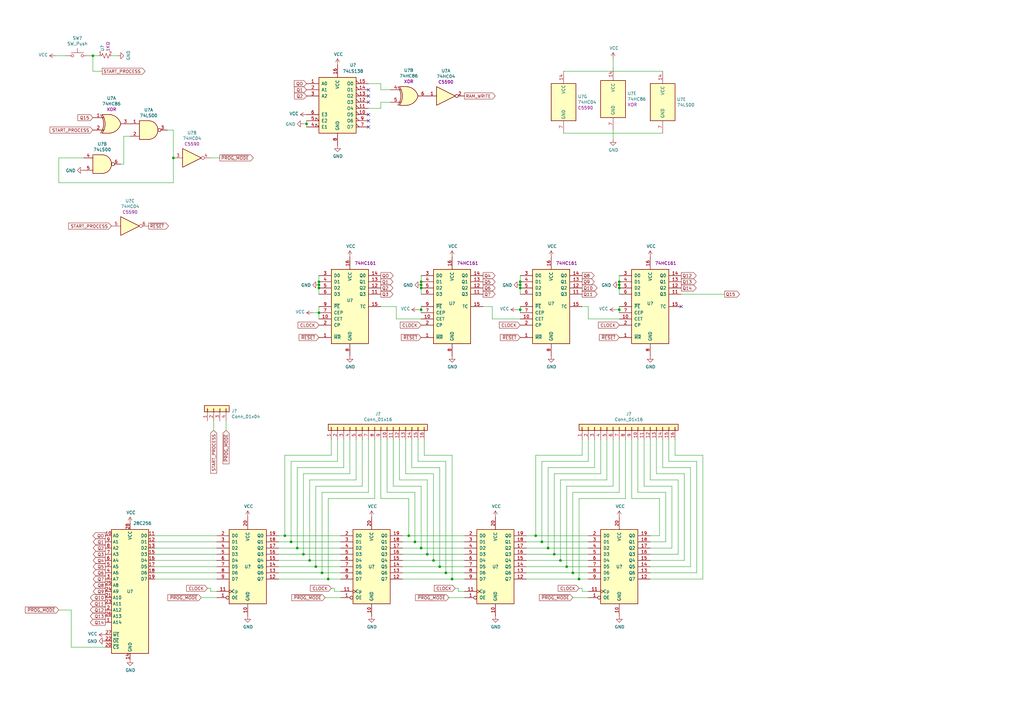
<source format=kicad_sch>
(kicad_sch (version 20211123) (generator eeschema)
  (paper "A3")
  (lib_symbols
    (symbol "74xx:74LS00" (pin_names (offset 1.016))
      (property "Reference" "U" (at 0 1.27 0))
      (property "Value" "74LS00" (at 0 -1.27 0))
      (symbol "74LS00_1_1"
        (pin input line (at -7.62 2.54 0) (length 3.81) (name "~") (number "1"))
        (pin input line (at -7.62 -2.54 0) (length 3.81) (name "~") (number "2"))
        (pin output inverted (at 7.62 0 180) (length 3.81) (name "~") (number "3"))
      )
      (symbol "74LS00_1_2"
        (pin input inverted (at -7.62 2.54 0) (length 4.318) (name "~") (number "1"))
        (pin input inverted (at -7.62 -2.54 0) (length 4.318) (name "~") (number "2"))
        (pin output line (at 7.62 0 180) (length 3.81) (name "~") (number "3"))
      )
      (symbol "74LS00_2_1"
        (pin input line (at -7.62 2.54 0) (length 3.81) (name "~") (number "4"))
        (pin input line (at -7.62 -2.54 0) (length 3.81) (name "~") (number "5"))
        (pin output inverted (at 7.62 0 180) (length 3.81) (name "~") (number "6"))
      )
      (symbol "74LS00_2_2"
        (pin input inverted (at -7.62 2.54 0) (length 4.318) (name "~") (number "4"))
        (pin input inverted (at -7.62 -2.54 0) (length 4.318) (name "~") (number "5"))
        (pin output line (at 7.62 0 180) (length 3.81) (name "~") (number "6"))
      )
      (symbol "74LS00_3_1"
        (pin input line (at -7.62 -2.54 0) (length 3.81) (name "~") (number "10"))
        (pin output inverted (at 7.62 0 180) (length 3.81) (name "~") (number "8"))
        (pin input line (at -7.62 2.54 0) (length 3.81) (name "~") (number "9"))
      )
      (symbol "74LS00_3_2"
        (pin input inverted (at -7.62 -2.54 0) (length 4.318) (name "~") (number "10"))
        (pin output line (at 7.62 0 180) (length 3.81) (name "~") (number "8"))
        (pin input inverted (at -7.62 2.54 0) (length 4.318) (name "~") (number "9"))
      )
      (symbol "74LS00_4_1"
        (pin output inverted (at 7.62 0 180) (length 3.81) (name "~") (number "11"))
        (pin input line (at -7.62 2.54 0) (length 3.81) (name "~") (number "12"))
        (pin input line (at -7.62 -2.54 0) (length 3.81) (name "~") (number "13"))
      )
      (symbol "74LS00_4_2"
        (pin output line (at 7.62 0 180) (length 3.81) (name "~") (number "11"))
        (pin input inverted (at -7.62 2.54 0) (length 4.318) (name "~") (number "12"))
        (pin input inverted (at -7.62 -2.54 0) (length 4.318) (name "~") (number "13"))
      )
      (symbol "74LS00_5_0"
        (pin power_in line (at 0 12.7 270) (length 5.08) (name "VCC") (number "14"))
        (pin power_in line (at 0 -12.7 90) (length 5.08) (name "GND") (number "7"))
      )
    )
    (symbol "74xx:74LS138" (pin_names (offset 1.016))
      (property "Reference" "U" (at -7.62 11.43 0))
      (property "Value" "74LS138" (at -7.62 -13.97 0))
      (symbol "74LS138_1_0"
        (pin input line (at -12.7 7.62 0) (length 5.08) (name "A0") (number "1"))
        (pin output output_low (at 12.7 -5.08 180) (length 5.08) (name "O5") (number "10"))
        (pin output output_low (at 12.7 -2.54 180) (length 5.08) (name "O4") (number "11"))
        (pin output output_low (at 12.7 0 180) (length 5.08) (name "O3") (number "12"))
        (pin output output_low (at 12.7 2.54 180) (length 5.08) (name "O2") (number "13"))
        (pin output output_low (at 12.7 5.08 180) (length 5.08) (name "O1") (number "14"))
        (pin output output_low (at 12.7 7.62 180) (length 5.08) (name "O0") (number "15"))
        (pin power_in line (at 0 15.24 270) (length 5.08) (name "VCC") (number "16"))
        (pin input line (at -12.7 5.08 0) (length 5.08) (name "A1") (number "2"))
        (pin input line (at -12.7 2.54 0) (length 5.08) (name "A2") (number "3"))
        (pin input input_low (at -12.7 -10.16 0) (length 5.08) (name "E1") (number "4"))
        (pin input input_low (at -12.7 -7.62 0) (length 5.08) (name "E2") (number "5"))
        (pin input line (at -12.7 -5.08 0) (length 5.08) (name "E3") (number "6"))
        (pin output output_low (at 12.7 -10.16 180) (length 5.08) (name "O7") (number "7"))
        (pin power_in line (at 0 -17.78 90) (length 5.08) (name "GND") (number "8"))
        (pin output output_low (at 12.7 -7.62 180) (length 5.08) (name "O6") (number "9"))
      )
    )
    (symbol "Connector_Generic:Conn_01x04" (pin_names (offset 1.016) hide)
      (property "Reference" "J" (at 0 5.08 0))
      (property "Value" "Conn_01x04" (at 0 -7.62 0))
      (symbol "Conn_01x04_1_1"
        (pin passive line (at -5.08 2.54 0) (length 3.81) (name "Pin_1") (number "1"))
        (pin passive line (at -5.08 0 0) (length 3.81) (name "Pin_2") (number "2"))
        (pin passive line (at -5.08 -2.54 0) (length 3.81) (name "Pin_3") (number "3"))
        (pin passive line (at -5.08 -5.08 0) (length 3.81) (name "Pin_4") (number "4"))
      )
    )
    (symbol "Connector_Generic:Conn_01x16" (pin_names (offset 1.016) hide)
      (property "Reference" "J" (at 0 20.32 0))
      (property "Value" "Conn_01x16" (at 0 -22.86 0))
      (symbol "Conn_01x16_1_1"
        (pin passive line (at -5.08 17.78 0) (length 3.81) (name "Pin_1") (number "1"))
        (pin passive line (at -5.08 -5.08 0) (length 3.81) (name "Pin_10") (number "10"))
        (pin passive line (at -5.08 -7.62 0) (length 3.81) (name "Pin_11") (number "11"))
        (pin passive line (at -5.08 -10.16 0) (length 3.81) (name "Pin_12") (number "12"))
        (pin passive line (at -5.08 -12.7 0) (length 3.81) (name "Pin_13") (number "13"))
        (pin passive line (at -5.08 -15.24 0) (length 3.81) (name "Pin_14") (number "14"))
        (pin passive line (at -5.08 -17.78 0) (length 3.81) (name "Pin_15") (number "15"))
        (pin passive line (at -5.08 -20.32 0) (length 3.81) (name "Pin_16") (number "16"))
        (pin passive line (at -5.08 15.24 0) (length 3.81) (name "Pin_2") (number "2"))
        (pin passive line (at -5.08 12.7 0) (length 3.81) (name "Pin_3") (number "3"))
        (pin passive line (at -5.08 10.16 0) (length 3.81) (name "Pin_4") (number "4"))
        (pin passive line (at -5.08 7.62 0) (length 3.81) (name "Pin_5") (number "5"))
        (pin passive line (at -5.08 5.08 0) (length 3.81) (name "Pin_6") (number "6"))
        (pin passive line (at -5.08 2.54 0) (length 3.81) (name "Pin_7") (number "7"))
        (pin passive line (at -5.08 0 0) (length 3.81) (name "Pin_8") (number "8"))
        (pin passive line (at -5.08 -2.54 0) (length 3.81) (name "Pin_9") (number "9"))
      )
    )
    (symbol "JLCPCB:0603WAF1001T5E" (pin_names (offset 1.016))
      (property "Reference" "U" (at 0 0 0))
      (property "R" "1KΩ" (at 0 0 0))
      (symbol "0603WAF1001T5E_1_1"
        (pin passive line (at 0 2.54 270) (length 1.016) (name "~") (number "1"))
        (pin passive line (at 0 -2.54 90) (length 1.016) (name "~") (number "2"))
      )
    )
    (symbol "JLCPCB:74HC04"
      (property "Reference" "U" (at 0 1.27 0))
      (property "Value" "JLCPCB_74HC04" (at 0 -1.27 0))
      (property "JCLC" "C5590" (at 0 0 0))
      (symbol "74HC04_1_0"
        (pin input line (at -7.62 0 0) (length 3.81) (name "~") (number "1"))
        (pin output inverted (at 7.62 0 180) (length 3.81) (name "~") (number "2"))
      )
      (symbol "74HC04_2_0"
        (pin input line (at -7.62 0 0) (length 3.81) (name "~") (number "3"))
        (pin output inverted (at 7.62 0 180) (length 3.81) (name "~") (number "4"))
      )
      (symbol "74HC04_3_0"
        (pin input line (at -7.62 0 0) (length 3.81) (name "~") (number "5"))
        (pin output inverted (at 7.62 0 180) (length 3.81) (name "~") (number "6"))
      )
      (symbol "74HC04_4_0"
        (pin output inverted (at 7.62 0 180) (length 3.81) (name "~") (number "8"))
        (pin input line (at -7.62 0 0) (length 3.81) (name "~") (number "9"))
      )
      (symbol "74HC04_5_0"
        (pin output inverted (at 7.62 0 180) (length 3.81) (name "~") (number "10"))
        (pin input line (at -7.62 0 0) (length 3.81) (name "~") (number "11"))
      )
      (symbol "74HC04_6_0"
        (pin output inverted (at 7.62 0 180) (length 3.81) (name "~") (number "12"))
        (pin input line (at -7.62 0 0) (length 3.81) (name "~") (number "13"))
      )
      (symbol "74HC04_7_0"
        (pin power_in line (at 0 12.7 270) (length 5.08) (name "VCC") (number "14"))
        (pin power_in line (at 0 -12.7 90) (length 5.08) (name "GND") (number "7"))
      )
    )
    (symbol "JLCPCB:74HC86" (pin_names (offset 1.016))
      (property "Reference" "U" (at 0 1.27 0))
      (property "Value" "JLCPCB_74HC86" (at 0 -1.27 0))
      (property "Label" "XOR" (at 0 0 0))
      (symbol "74HC86_1_0"
        (pin input line (at -7.62 2.54 0) (length 4.445) (name "~") (number "1"))
        (pin input line (at -7.62 -2.54 0) (length 4.445) (name "~") (number "2"))
        (pin output line (at 7.62 0 180) (length 3.81) (name "~") (number "3"))
      )
      (symbol "74HC86_2_0"
        (pin input line (at -7.62 2.54 0) (length 4.445) (name "~") (number "4"))
        (pin input line (at -7.62 -2.54 0) (length 4.445) (name "~") (number "5"))
        (pin output line (at 7.62 0 180) (length 3.81) (name "~") (number "6"))
      )
      (symbol "74HC86_3_0"
        (pin input line (at -7.62 -2.54 0) (length 4.445) (name "~") (number "10"))
        (pin output line (at 7.62 0 180) (length 3.81) (name "~") (number "8"))
        (pin input line (at -7.62 2.54 0) (length 4.445) (name "~") (number "9"))
      )
      (symbol "74HC86_4_0"
        (pin output line (at 7.62 0 180) (length 3.81) (name "~") (number "11"))
        (pin input line (at -7.62 2.54 0) (length 4.445) (name "~") (number "12"))
        (pin input line (at -7.62 -2.54 0) (length 4.445) (name "~") (number "13"))
      )
      (symbol "74HC86_5_0"
        (pin power_in line (at 0 12.7 270) (length 5.08) (name "VCC") (number "14"))
        (pin power_in line (at 0 -12.7 90) (length 5.08) (name "GND") (number "7"))
      )
    )
    (symbol "JLCPCB:74HCT574" (pin_names (offset 1.016))
      (property "Reference" "U" (at -7.62 16.51 0))
      (symbol "74HCT574_1_0"
        (pin input inverted (at -12.7 -12.7 0) (length 5.08) (name "OE") (number "1"))
        (pin power_in line (at 0 -20.32 90) (length 5.08) (name "GND") (number "10"))
        (pin input clock (at -12.7 -10.16 0) (length 5.08) (name "Cp") (number "11"))
        (pin tri_state line (at 12.7 -5.08 180) (length 5.08) (name "Q7") (number "12"))
        (pin tri_state line (at 12.7 -2.54 180) (length 5.08) (name "Q6") (number "13"))
        (pin tri_state line (at 12.7 0 180) (length 5.08) (name "Q5") (number "14"))
        (pin tri_state line (at 12.7 2.54 180) (length 5.08) (name "Q4") (number "15"))
        (pin tri_state line (at 12.7 5.08 180) (length 5.08) (name "Q3") (number "16"))
        (pin tri_state line (at 12.7 7.62 180) (length 5.08) (name "Q2") (number "17"))
        (pin tri_state line (at 12.7 10.16 180) (length 5.08) (name "Q1") (number "18"))
        (pin tri_state line (at 12.7 12.7 180) (length 5.08) (name "Q0") (number "19"))
        (pin input line (at -12.7 12.7 0) (length 5.08) (name "D0") (number "2"))
        (pin power_in line (at 0 20.32 270) (length 5.08) (name "VCC") (number "20"))
        (pin input line (at -12.7 10.16 0) (length 5.08) (name "D1") (number "3"))
        (pin input line (at -12.7 7.62 0) (length 5.08) (name "D2") (number "4"))
        (pin input line (at -12.7 5.08 0) (length 5.08) (name "D3") (number "5"))
        (pin input line (at -12.7 2.54 0) (length 5.08) (name "D4") (number "6"))
        (pin input line (at -12.7 0 0) (length 5.08) (name "D5") (number "7"))
        (pin input line (at -12.7 -2.54 0) (length 5.08) (name "D6") (number "8"))
        (pin input line (at -12.7 -5.08 0) (length 5.08) (name "D7") (number "9"))
      )
    )
    (symbol "JLCPCB:SN74HC161DR" (pin_names (offset 1.016))
      (property "Reference" "U" (at 0 0 0))
      (property "NAME" "74HC161" (at 0 0 0))
      (symbol "SN74HC161DR_1_1"
        (pin input line (at -12.7 -13.97 0) (length 5.08) (name "~{MR}") (number "1"))
        (pin input line (at -12.7 -6.35 0) (length 5.08) (name "CET") (number "10"))
        (pin output line (at 12.7 3.81 180) (length 5.08) (name "Q3") (number "11"))
        (pin output line (at 12.7 6.35 180) (length 5.08) (name "Q2") (number "12"))
        (pin output line (at 12.7 8.89 180) (length 5.08) (name "Q1") (number "13"))
        (pin output line (at 12.7 11.43 180) (length 5.08) (name "Q0") (number "14"))
        (pin output line (at 12.7 -1.27 180) (length 5.08) (name "TC") (number "15"))
        (pin power_in line (at 0 19.05 270) (length 5.08) (name "VCC") (number "16"))
        (pin input line (at -12.7 -8.89 0) (length 5.08) (name "CP") (number "2"))
        (pin input line (at -12.7 11.43 0) (length 5.08) (name "D0") (number "3"))
        (pin input line (at -12.7 8.89 0) (length 5.08) (name "D1") (number "4"))
        (pin input line (at -12.7 6.35 0) (length 5.08) (name "D2") (number "5"))
        (pin input line (at -12.7 3.81 0) (length 5.08) (name "D3") (number "6"))
        (pin input line (at -12.7 -3.81 0) (length 5.08) (name "CEP") (number "7"))
        (pin power_in line (at 0 -21.59 90) (length 5.08) (name "GND") (number "8"))
        (pin input line (at -12.7 -1.27 0) (length 5.08) (name "~{PE}") (number "9"))
      )
    )
    (symbol "Memory_EEPROM:28C256"
      (property "Reference" "U" (at -7.62 26.67 0))
      (property "Value" "28C256" (at 2.54 -26.67 0))
      (symbol "28C256_1_1"
        (pin input line (at -10.16 -12.7 0) (length 2.54) (name "A14") (number "1"))
        (pin input line (at -10.16 22.86 0) (length 2.54) (name "A0") (number "10"))
        (pin tri_state line (at 10.16 22.86 180) (length 2.54) (name "D0") (number "11"))
        (pin tri_state line (at 10.16 20.32 180) (length 2.54) (name "D1") (number "12"))
        (pin tri_state line (at 10.16 17.78 180) (length 2.54) (name "D2") (number "13"))
        (pin power_in line (at 0 -27.94 90) (length 2.54) (name "GND") (number "14"))
        (pin tri_state line (at 10.16 15.24 180) (length 2.54) (name "D3") (number "15"))
        (pin tri_state line (at 10.16 12.7 180) (length 2.54) (name "D4") (number "16"))
        (pin tri_state line (at 10.16 10.16 180) (length 2.54) (name "D5") (number "17"))
        (pin tri_state line (at 10.16 7.62 180) (length 2.54) (name "D6") (number "18"))
        (pin tri_state line (at 10.16 5.08 180) (length 2.54) (name "D7") (number "19"))
        (pin input line (at -10.16 -7.62 0) (length 2.54) (name "A12") (number "2"))
        (pin input line (at -10.16 -22.86 0) (length 2.54) (name "~{CS}") (number "20"))
        (pin input line (at -10.16 -2.54 0) (length 2.54) (name "A10") (number "21"))
        (pin input line (at -10.16 -20.32 0) (length 2.54) (name "~{OE}") (number "22"))
        (pin input line (at -10.16 -5.08 0) (length 2.54) (name "A11") (number "23"))
        (pin input line (at -10.16 0 0) (length 2.54) (name "A9") (number "24"))
        (pin input line (at -10.16 2.54 0) (length 2.54) (name "A8") (number "25"))
        (pin input line (at -10.16 -10.16 0) (length 2.54) (name "A13") (number "26"))
        (pin input line (at -10.16 -17.78 0) (length 2.54) (name "~{WE}") (number "27"))
        (pin power_in line (at 0 27.94 270) (length 2.54) (name "VCC") (number "28"))
        (pin input line (at -10.16 5.08 0) (length 2.54) (name "A7") (number "3"))
        (pin input line (at -10.16 7.62 0) (length 2.54) (name "A6") (number "4"))
        (pin input line (at -10.16 10.16 0) (length 2.54) (name "A5") (number "5"))
        (pin input line (at -10.16 12.7 0) (length 2.54) (name "A4") (number "6"))
        (pin input line (at -10.16 15.24 0) (length 2.54) (name "A3") (number "7"))
        (pin input line (at -10.16 17.78 0) (length 2.54) (name "A2") (number "8"))
        (pin input line (at -10.16 20.32 0) (length 2.54) (name "A1") (number "9"))
      )
    )
    (symbol "Switch:SW_Push" (pin_numbers hide) (pin_names (offset 1.016) hide)
      (property "Reference" "SW" (at 1.27 2.54 0))
      (property "Value" "SW_Push" (at 0 -1.524 0))
      (symbol "SW_Push_0_1"
        (pin passive line (at -5.08 0 0) (length 2.54) (name "1") (number "1"))
        (pin passive line (at 5.08 0 180) (length 2.54) (name "2") (number "2"))
      )
    )
    (symbol "power:GND" (power) (pin_names (offset 0))
      (property "Value" "GND" (at 0 -3.81 0))
      (symbol "GND_1_1"
        (pin power_in line (at 0 0 270) (length 0) hide (name "GND") (number "1"))
      )
    )
    (symbol "power:VCC" (power) (pin_names (offset 0))
      (property "Value" "VCC" (at 0 3.81 0))
      (symbol "VCC_1_1"
        (pin power_in line (at 0 0 90) (length 0) hide (name "VCC") (number "1"))
      )
    )
  )
  (junction (at 254 118.11))
  (junction (at 254 116.84))
  (junction (at 213.36 115.57))
  (junction (at 172.72 224.79))
  (junction (at 254 127))
  (junction (at 232.41 232.41))
  (junction (at 172.72 116.84))
  (junction (at 116.84 219.71))
  (junction (at 167.64 219.71))
  (junction (at 119.38 222.25))
  (junction (at 172.72 127))
  (junction (at 213.36 127))
  (junction (at 132.08 234.95))
  (junction (at 237.49 237.49))
  (junction (at 125.73 50.8))
  (junction (at 130.81 116.84))
  (junction (at 234.95 234.95))
  (junction (at 38.1 22.86))
  (junction (at 127 229.87))
  (junction (at 180.34 232.41))
  (junction (at 124.46 227.33))
  (junction (at 130.81 118.11))
  (junction (at 213.36 118.11))
  (junction (at 175.26 227.33))
  (junction (at 121.92 224.79))
  (junction (at 229.87 229.87))
  (junction (at 170.18 222.25))
  (junction (at 177.8 229.87))
  (junction (at 222.25 222.25))
  (junction (at 213.36 116.84))
  (junction (at 219.71 219.71))
  (junction (at 182.88 234.95))
  (junction (at 227.33 227.33))
  (junction (at 130.81 128.27))
  (junction (at 254 115.57))
  (junction (at 129.54 232.41))
  (junction (at 130.81 115.57))
  (junction (at 185.42 237.49))
  (junction (at 172.72 118.11))
  (junction (at 224.79 224.79))
  (junction (at 71.12 64.77))
  (junction (at 134.62 237.49))
  (junction (at 172.72 115.57))
  (no_connect (at 151.13 46.99))
  (no_connect (at 151.13 41.91))
  (no_connect (at 151.13 52.07))
  (no_connect (at 279.4 125.73))
  (no_connect (at 151.13 36.83))
  (no_connect (at 151.13 39.37))
  (no_connect (at 151.13 49.53))
  (wire (pts (xy 254 118.11) (xy 254 120.65)))
  (wire (pts (xy 190.5 222.25) (xy 170.18 222.25)))
  (wire (pts (xy 38.1 22.86) (xy 36.83 22.86)))
  (wire (pts (xy 237.49 237.49) (xy 237.49 204.47)))
  (wire (pts (xy 273.05 222.25) (xy 266.7 222.25)))
  (wire (pts (xy 243.84 180.34) (xy 243.84 191.77)))
  (wire (pts (xy 254 113.03) (xy 254 115.57)))
  (wire (pts (xy 274.32 180.34) (xy 274.32 189.23)))
  (wire (pts (xy 156.21 125.73) (xy 162.56 125.73)))
  (wire (pts (xy 280.67 194.31) (xy 280.67 229.87)))
  (wire (pts (xy 177.8 229.87) (xy 190.5 229.87)))
  (wire (pts (xy 24.13 64.77) (xy 34.29 64.77)))
  (wire (pts (xy 175.26 227.33) (xy 175.26 196.85)))
  (wire (pts (xy 248.92 196.85) (xy 229.87 196.85)))
  (wire (pts (xy 256.54 204.47) (xy 256.54 180.34)))
  (wire (pts (xy 213.36 125.73) (xy 213.36 127)))
  (wire (pts (xy 63.5 222.25) (xy 88.9 222.25)))
  (wire (pts (xy 130.81 125.73) (xy 130.81 128.27)))
  (wire (pts (xy 63.5 234.95) (xy 88.9 234.95)))
  (wire (pts (xy 264.16 199.39) (xy 275.59 199.39)))
  (wire (pts (xy 275.59 199.39) (xy 275.59 224.79)))
  (wire (pts (xy 38.1 22.86) (xy 38.1 29.21)))
  (wire (pts (xy 119.38 222.25) (xy 119.38 189.23)))
  (wire (pts (xy 135.89 180.34) (xy 135.89 186.69)))
  (wire (pts (xy 172.72 127) (xy 172.72 128.27)))
  (wire (pts (xy 212.09 127) (xy 213.36 127)))
  (wire (pts (xy 237.49 204.47) (xy 256.54 204.47)))
  (wire (pts (xy 241.3 227.33) (xy 227.33 227.33)))
  (wire (pts (xy 288.29 237.49) (xy 288.29 186.69)))
  (wire (pts (xy 251.46 199.39) (xy 251.46 180.34)))
  (wire (pts (xy 146.05 180.34) (xy 146.05 196.85)))
  (wire (pts (xy 86.36 242.57) (xy 88.9 242.57)))
  (wire (pts (xy 227.33 194.31) (xy 246.38 194.31)))
  (wire (pts (xy 180.34 191.77) (xy 168.91 191.77)))
  (wire (pts (xy 156.21 180.34) (xy 156.21 204.47)))
  (wire (pts (xy 139.7 232.41) (xy 129.54 232.41)))
  (wire (pts (xy 127 196.85) (xy 127 229.87)))
  (wire (pts (xy 175.26 196.85) (xy 163.83 196.85)))
  (wire (pts (xy 128.27 128.27) (xy 130.81 128.27)))
  (wire (pts (xy 269.24 180.34) (xy 269.24 194.31)))
  (wire (pts (xy 187.96 241.3) (xy 187.96 242.57)))
  (wire (pts (xy 273.05 222.25) (xy 273.05 201.93)))
  (wire (pts (xy 63.5 224.79) (xy 88.9 224.79)))
  (wire (pts (xy 266.7 234.95) (xy 285.75 234.95)))
  (wire (pts (xy 180.34 232.41) (xy 165.1 232.41)))
  (wire (pts (xy 139.7 227.33) (xy 124.46 227.33)))
  (wire (pts (xy 215.9 234.95) (xy 234.95 234.95)))
  (wire (pts (xy 129.54 232.41) (xy 129.54 199.39)))
  (wire (pts (xy 173.99 186.69) (xy 173.99 180.34)))
  (wire (pts (xy 243.84 191.77) (xy 224.79 191.77)))
  (wire (pts (xy 121.92 224.79) (xy 139.7 224.79)))
  (wire (pts (xy 163.83 196.85) (xy 163.83 180.34)))
  (wire (pts (xy 130.81 116.84) (xy 130.81 115.57)))
  (wire (pts (xy 125.73 50.8) (xy 125.73 52.07)))
  (wire (pts (xy 132.08 201.93) (xy 132.08 234.95)))
  (wire (pts (xy 63.5 237.49) (xy 88.9 237.49)))
  (wire (pts (xy 134.62 237.49) (xy 134.62 204.47)))
  (wire (pts (xy 132.08 234.95) (xy 139.7 234.95)))
  (wire (pts (xy 139.7 222.25) (xy 119.38 222.25)))
  (wire (pts (xy 213.36 118.11) (xy 213.36 120.65)))
  (wire (pts (xy 246.38 194.31) (xy 246.38 180.34)))
  (wire (pts (xy 114.3 219.71) (xy 116.84 219.71)))
  (wire (pts (xy 264.16 180.34) (xy 264.16 199.39)))
  (wire (pts (xy 168.91 191.77) (xy 168.91 180.34)))
  (wire (pts (xy 185.42 237.49) (xy 165.1 237.49)))
  (wire (pts (xy 238.76 180.34) (xy 238.76 186.69)))
  (wire (pts (xy 124.46 50.8) (xy 125.73 50.8)))
  (wire (pts (xy 215.9 224.79) (xy 224.79 224.79)))
  (wire (pts (xy 231.14 29.21) (xy 271.78 29.21)))
  (wire (pts (xy 130.81 118.11) (xy 130.81 116.84)))
  (wire (pts (xy 82.55 245.11) (xy 88.9 245.11)))
  (wire (pts (xy 133.35 245.11) (xy 139.7 245.11)))
  (wire (pts (xy 68.58 53.34) (xy 71.12 53.34)))
  (wire (pts (xy 238.76 241.3) (xy 238.76 242.57)))
  (wire (pts (xy 116.84 186.69) (xy 116.84 219.71)))
  (wire (pts (xy 165.1 234.95) (xy 182.88 234.95)))
  (wire (pts (xy 135.89 186.69) (xy 116.84 186.69)))
  (wire (pts (xy 156.21 44.45) (xy 156.21 41.91)))
  (wire (pts (xy 166.37 180.34) (xy 166.37 194.31)))
  (wire (pts (xy 151.13 180.34) (xy 151.13 201.93)))
  (wire (pts (xy 63.5 229.87) (xy 88.9 229.87)))
  (wire (pts (xy 151.13 201.93) (xy 132.08 201.93)))
  (wire (pts (xy 278.13 196.85) (xy 266.7 196.85)))
  (wire (pts (xy 259.08 180.34) (xy 259.08 204.47)))
  (wire (pts (xy 140.97 191.77) (xy 121.92 191.77)))
  (wire (pts (xy 190.5 237.49) (xy 185.42 237.49)))
  (wire (pts (xy 124.46 227.33) (xy 124.46 194.31)))
  (wire (pts (xy 172.72 115.57) (xy 172.72 116.84)))
  (wire (pts (xy 140.97 180.34) (xy 140.97 191.77)))
  (wire (pts (xy 172.72 118.11) (xy 172.72 120.65)))
  (wire (pts (xy 171.45 180.34) (xy 171.45 189.23)))
  (wire (pts (xy 29.21 250.19) (xy 24.13 250.19)))
  (wire (pts (xy 130.81 128.27) (xy 130.81 130.81)))
  (wire (pts (xy 274.32 189.23) (xy 285.75 189.23)))
  (wire (pts (xy 119.38 222.25) (xy 114.3 222.25)))
  (wire (pts (xy 170.18 201.93) (xy 158.75 201.93)))
  (wire (pts (xy 156.21 36.83) (xy 160.02 36.83)))
  (wire (pts (xy 130.81 120.65) (xy 130.81 118.11)))
  (wire (pts (xy 146.05 196.85) (xy 127 196.85)))
  (wire (pts (xy 185.42 237.49) (xy 185.42 186.69)))
  (wire (pts (xy 237.49 241.3) (xy 238.76 241.3)))
  (wire (pts (xy 167.64 219.71) (xy 190.5 219.71)))
  (wire (pts (xy 234.95 234.95) (xy 241.3 234.95)))
  (wire (pts (xy 231.14 54.61) (xy 271.78 54.61)))
  (wire (pts (xy 38.1 29.21) (xy 41.91 29.21)))
  (wire (pts (xy 213.36 113.03) (xy 213.36 115.57)))
  (wire (pts (xy 165.1 219.71) (xy 167.64 219.71)))
  (wire (pts (xy 254 201.93) (xy 234.95 201.93)))
  (wire (pts (xy 172.72 125.73) (xy 172.72 127)))
  (wire (pts (xy 254 128.27) (xy 254 127)))
  (wire (pts (xy 153.67 204.47) (xy 153.67 180.34)))
  (wire (pts (xy 175.26 227.33) (xy 165.1 227.33)))
  (wire (pts (xy 171.45 189.23) (xy 182.88 189.23)))
  (wire (pts (xy 213.36 115.57) (xy 213.36 116.84)))
  (wire (pts (xy 241.3 125.73) (xy 241.3 130.81)))
  (wire (pts (xy 165.1 229.87) (xy 177.8 229.87)))
  (wire (pts (xy 182.88 234.95) (xy 190.5 234.95)))
  (wire (pts (xy 161.29 199.39) (xy 172.72 199.39)))
  (wire (pts (xy 165.1 224.79) (xy 172.72 224.79)))
  (wire (pts (xy 49.53 67.31) (xy 50.8 67.31)))
  (wire (pts (xy 241.3 232.41) (xy 232.41 232.41)))
  (wire (pts (xy 170.18 222.25) (xy 170.18 201.93)))
  (wire (pts (xy 114.3 234.95) (xy 132.08 234.95)))
  (wire (pts (xy 71.12 64.77) (xy 71.12 74.93)))
  (wire (pts (xy 269.24 194.31) (xy 280.67 194.31)))
  (wire (pts (xy 135.89 241.3) (xy 137.16 241.3)))
  (wire (pts (xy 29.21 265.43) (xy 29.21 250.19)))
  (wire (pts (xy 156.21 204.47) (xy 167.64 204.47)))
  (wire (pts (xy 254 180.34) (xy 254 201.93)))
  (wire (pts (xy 237.49 237.49) (xy 215.9 237.49)))
  (wire (pts (xy 124.46 227.33) (xy 114.3 227.33)))
  (wire (pts (xy 238.76 186.69) (xy 219.71 186.69)))
  (wire (pts (xy 172.72 199.39) (xy 172.72 224.79)))
  (wire (pts (xy 92.71 176.53) (xy 92.71 172.72)))
  (wire (pts (xy 283.21 232.41) (xy 266.7 232.41)))
  (wire (pts (xy 124.46 194.31) (xy 143.51 194.31)))
  (wire (pts (xy 241.3 222.25) (xy 222.25 222.25)))
  (wire (pts (xy 50.8 67.31) (xy 50.8 55.88)))
  (wire (pts (xy 273.05 201.93) (xy 261.62 201.93)))
  (wire (pts (xy 266.7 229.87) (xy 280.67 229.87)))
  (wire (pts (xy 234.95 245.11) (xy 241.3 245.11)))
  (wire (pts (xy 170.18 222.25) (xy 165.1 222.25)))
  (wire (pts (xy 130.81 115.57) (xy 130.81 113.03)))
  (wire (pts (xy 213.36 116.84) (xy 213.36 118.11)))
  (wire (pts (xy 251.46 24.13) (xy 251.46 27.94)))
  (wire (pts (xy 151.13 34.29) (xy 156.21 34.29)))
  (wire (pts (xy 114.3 224.79) (xy 121.92 224.79)))
  (wire (pts (xy 162.56 130.81) (xy 172.72 130.81)))
  (wire (pts (xy 241.3 189.23) (xy 241.3 180.34)))
  (wire (pts (xy 40.64 22.86) (xy 38.1 22.86)))
  (wire (pts (xy 148.59 199.39) (xy 148.59 180.34)))
  (wire (pts (xy 22.86 22.86) (xy 26.67 22.86)))
  (wire (pts (xy 259.08 204.47) (xy 270.51 204.47)))
  (wire (pts (xy 63.5 227.33) (xy 88.9 227.33)))
  (wire (pts (xy 288.29 237.49) (xy 266.7 237.49)))
  (wire (pts (xy 254 116.84) (xy 254 118.11)))
  (wire (pts (xy 198.12 125.73) (xy 201.93 125.73)))
  (wire (pts (xy 48.26 22.86) (xy 45.72 22.86)))
  (wire (pts (xy 71.12 74.93) (xy 24.13 74.93)))
  (wire (pts (xy 288.29 186.69) (xy 276.86 186.69)))
  (wire (pts (xy 137.16 242.57) (xy 139.7 242.57)))
  (wire (pts (xy 266.7 219.71) (xy 270.51 219.71)))
  (wire (pts (xy 182.88 189.23) (xy 182.88 234.95)))
  (wire (pts (xy 143.51 194.31) (xy 143.51 180.34)))
  (wire (pts (xy 215.9 229.87) (xy 229.87 229.87)))
  (wire (pts (xy 172.72 224.79) (xy 190.5 224.79)))
  (wire (pts (xy 85.09 241.3) (xy 86.36 241.3)))
  (wire (pts (xy 116.84 219.71) (xy 139.7 219.71)))
  (wire (pts (xy 186.69 241.3) (xy 187.96 241.3)))
  (wire (pts (xy 43.18 265.43) (xy 29.21 265.43)))
  (wire (pts (xy 219.71 186.69) (xy 219.71 219.71)))
  (wire (pts (xy 222.25 222.25) (xy 222.25 189.23)))
  (wire (pts (xy 177.8 194.31) (xy 177.8 229.87)))
  (wire (pts (xy 224.79 224.79) (xy 241.3 224.79)))
  (wire (pts (xy 229.87 196.85) (xy 229.87 229.87)))
  (wire (pts (xy 151.13 44.45) (xy 156.21 44.45)))
  (wire (pts (xy 238.76 125.73) (xy 241.3 125.73)))
  (wire (pts (xy 276.86 186.69) (xy 276.86 180.34)))
  (wire (pts (xy 241.3 237.49) (xy 237.49 237.49)))
  (wire (pts (xy 134.62 204.47) (xy 153.67 204.47)))
  (wire (pts (xy 213.36 127) (xy 213.36 128.27)))
  (wire (pts (xy 254 115.57) (xy 254 116.84)))
  (wire (pts (xy 215.9 219.71) (xy 219.71 219.71)))
  (wire (pts (xy 180.34 232.41) (xy 180.34 191.77)))
  (wire (pts (xy 129.54 199.39) (xy 148.59 199.39)))
  (wire (pts (xy 125.73 49.53) (xy 125.73 50.8)))
  (wire (pts (xy 232.41 232.41) (xy 232.41 199.39)))
  (wire (pts (xy 285.75 189.23) (xy 285.75 234.95)))
  (wire (pts (xy 172.72 113.03) (xy 172.72 115.57)))
  (wire (pts (xy 270.51 204.47) (xy 270.51 219.71)))
  (wire (pts (xy 241.3 130.81) (xy 254 130.81)))
  (wire (pts (xy 129.54 232.41) (xy 114.3 232.41)))
  (wire (pts (xy 166.37 194.31) (xy 177.8 194.31)))
  (wire (pts (xy 279.4 120.65) (xy 297.18 120.65)))
  (wire (pts (xy 283.21 232.41) (xy 283.21 191.77)))
  (wire (pts (xy 185.42 186.69) (xy 173.99 186.69)))
  (wire (pts (xy 134.62 237.49) (xy 114.3 237.49)))
  (wire (pts (xy 119.38 189.23) (xy 138.43 189.23)))
  (wire (pts (xy 248.92 180.34) (xy 248.92 196.85)))
  (wire (pts (xy 156.21 34.29) (xy 156.21 36.83)))
  (wire (pts (xy 86.36 241.3) (xy 86.36 242.57)))
  (wire (pts (xy 266.7 196.85) (xy 266.7 180.34)))
  (wire (pts (xy 266.7 224.79) (xy 275.59 224.79)))
  (wire (pts (xy 261.62 201.93) (xy 261.62 180.34)))
  (wire (pts (xy 229.87 229.87) (xy 241.3 229.87)))
  (wire (pts (xy 127 229.87) (xy 139.7 229.87)))
  (wire (pts (xy 162.56 125.73) (xy 162.56 130.81)))
  (wire (pts (xy 234.95 201.93) (xy 234.95 234.95)))
  (wire (pts (xy 156.21 41.91) (xy 160.02 41.91)))
  (wire (pts (xy 227.33 227.33) (xy 215.9 227.33)))
  (wire (pts (xy 222.25 222.25) (xy 215.9 222.25)))
  (wire (pts (xy 158.75 201.93) (xy 158.75 180.34)))
  (wire (pts (xy 251.46 57.15) (xy 251.46 53.34)))
  (wire (pts (xy 224.79 191.77) (xy 224.79 224.79)))
  (wire (pts (xy 50.8 55.88) (xy 53.34 55.88)))
  (wire (pts (xy 71.12 53.34) (xy 71.12 64.77)))
  (wire (pts (xy 201.93 125.73) (xy 201.93 130.81)))
  (wire (pts (xy 201.93 130.81) (xy 213.36 130.81)))
  (wire (pts (xy 24.13 74.93) (xy 24.13 64.77)))
  (wire (pts (xy 232.41 232.41) (xy 215.9 232.41)))
  (wire (pts (xy 171.45 127) (xy 172.72 127)))
  (wire (pts (xy 278.13 227.33) (xy 266.7 227.33)))
  (wire (pts (xy 219.71 219.71) (xy 241.3 219.71)))
  (wire (pts (xy 167.64 204.47) (xy 167.64 219.71)))
  (wire (pts (xy 283.21 191.77) (xy 271.78 191.77)))
  (wire (pts (xy 278.13 227.33) (xy 278.13 196.85)))
  (wire (pts (xy 137.16 241.3) (xy 137.16 242.57)))
  (wire (pts (xy 190.5 232.41) (xy 180.34 232.41)))
  (wire (pts (xy 63.5 232.41) (xy 88.9 232.41)))
  (wire (pts (xy 139.7 237.49) (xy 134.62 237.49)))
  (wire (pts (xy 238.76 242.57) (xy 241.3 242.57)))
  (wire (pts (xy 190.5 227.33) (xy 175.26 227.33)))
  (wire (pts (xy 86.36 64.77) (xy 90.17 64.77)))
  (wire (pts (xy 222.25 189.23) (xy 241.3 189.23)))
  (wire (pts (xy 187.96 242.57) (xy 190.5 242.57)))
  (wire (pts (xy 254 127) (xy 254 125.73)))
  (wire (pts (xy 232.41 199.39) (xy 251.46 199.39)))
  (wire (pts (xy 161.29 180.34) (xy 161.29 199.39)))
  (wire (pts (xy 252.73 127) (xy 254 127)))
  (wire (pts (xy 271.78 191.77) (xy 271.78 180.34)))
  (wire (pts (xy 138.43 189.23) (xy 138.43 180.34)))
  (wire (pts (xy 114.3 229.87) (xy 127 229.87)))
  (wire (pts (xy 184.15 245.11) (xy 190.5 245.11)))
  (wire (pts (xy 121.92 191.77) (xy 121.92 224.79)))
  (wire (pts (xy 87.63 176.53) (xy 87.63 172.72)))
  (wire (pts (xy 227.33 227.33) (xy 227.33 194.31)))
  (wire (pts (xy 63.5 219.71) (xy 88.9 219.71)))
  (wire (pts (xy 172.72 116.84) (xy 172.72 118.11)))
  (global_label "CLOCK" (shape input) (at 172.72 133.35 180) (property "Intersheet References" "${INTERSHEET_REFS}" (effects hide)))
  (global_label "~{PROG_MODE}" (shape input) (at 234.95 245.11 180) (property "Intersheet References" "${INTERSHEET_REFS}" (effects hide)))
  (global_label "CLOCK" (shape input) (at 237.49 241.3 180) (property "Intersheet References" "${INTERSHEET_REFS}" (effects hide)))
  (global_label "CLOCK" (shape input) (at 135.89 241.3 180) (property "Intersheet References" "${INTERSHEET_REFS}" (effects hide)))
  (global_label "Q12" (shape output) (at 279.4 113.03 0) (property "Intersheet References" "${INTERSHEET_REFS}" (effects hide)))
  (global_label "START_PROCESS" (shape output) (at 41.91 29.21 0) (property "Intersheet References" "${INTERSHEET_REFS}" (effects hide)))
  (global_label "Q2" (shape output) (at 43.18 224.79 180) (property "Intersheet References" "${INTERSHEET_REFS}" (effects hide)))
  (global_label "CLOCK" (shape input) (at 254 133.35 180) (property "Intersheet References" "${INTERSHEET_REFS}" (effects hide)))
  (global_label "Q7" (shape output) (at 198.12 120.65 0) (property "Intersheet References" "${INTERSHEET_REFS}" (effects hide)))
  (global_label "Q9" (shape output) (at 238.76 115.57 0) (property "Intersheet References" "${INTERSHEET_REFS}" (effects hide)))
  (global_label "Q15" (shape input) (at 38.1 48.26 180) (property "Intersheet References" "${INTERSHEET_REFS}" (effects hide)))
  (global_label "Q14" (shape output) (at 279.4 118.11 0) (property "Intersheet References" "${INTERSHEET_REFS}" (effects hide)))
  (global_label "Q9" (shape output) (at 43.18 242.57 180) (property "Intersheet References" "${INTERSHEET_REFS}" (effects hide)))
  (global_label "Q13" (shape output) (at 43.18 252.73 180) (property "Intersheet References" "${INTERSHEET_REFS}" (effects hide)))
  (global_label "~{RESET}" (shape input) (at 172.72 138.43 180) (property "Intersheet References" "${INTERSHEET_REFS}" (effects hide)))
  (global_label "Q10" (shape output) (at 238.76 118.11 0) (property "Intersheet References" "${INTERSHEET_REFS}" (effects hide)))
  (global_label "~{RESET}" (shape input) (at 254 138.43 180) (property "Intersheet References" "${INTERSHEET_REFS}" (effects hide)))
  (global_label "Q14" (shape output) (at 43.18 255.27 180) (property "Intersheet References" "${INTERSHEET_REFS}" (effects hide)))
  (global_label "Q5" (shape output) (at 43.18 232.41 180) (property "Intersheet References" "${INTERSHEET_REFS}" (effects hide)))
  (global_label "Q1" (shape output) (at 43.18 222.25 180) (property "Intersheet References" "${INTERSHEET_REFS}" (effects hide)))
  (global_label "CLOCK" (shape input) (at 85.09 241.3 180) (property "Intersheet References" "${INTERSHEET_REFS}" (effects hide)))
  (global_label "Q2" (shape input) (at 125.73 39.37 180) (property "Intersheet References" "${INTERSHEET_REFS}" (effects hide)))
  (global_label "Q13" (shape output) (at 279.4 115.57 0) (property "Intersheet References" "${INTERSHEET_REFS}" (effects hide)))
  (global_label "~{RESET}" (shape input) (at 213.36 138.43 180) (property "Intersheet References" "${INTERSHEET_REFS}" (effects hide)))
  (global_label "Q2" (shape output) (at 156.21 118.11 0) (property "Intersheet References" "${INTERSHEET_REFS}" (effects hide)))
  (global_label "Q11" (shape output) (at 43.18 247.65 180) (property "Intersheet References" "${INTERSHEET_REFS}" (effects hide)))
  (global_label "Q12" (shape output) (at 43.18 250.19 180) (property "Intersheet References" "${INTERSHEET_REFS}" (effects hide)))
  (global_label "QO" (shape output) (at 156.21 113.03 0) (property "Intersheet References" "${INTERSHEET_REFS}" (effects hide)))
  (global_label "Q8" (shape output) (at 238.76 113.03 0) (property "Intersheet References" "${INTERSHEET_REFS}" (effects hide)))
  (global_label "Q1" (shape input) (at 125.73 36.83 180) (property "Intersheet References" "${INTERSHEET_REFS}" (effects hide)))
  (global_label "Q8" (shape output) (at 43.18 240.03 180) (property "Intersheet References" "${INTERSHEET_REFS}" (effects hide)))
  (global_label "~{RESET}" (shape output) (at 60.96 92.71 0) (property "Intersheet References" "${INTERSHEET_REFS}" (effects hide)))
  (global_label "Q10" (shape output) (at 43.18 245.11 180) (property "Intersheet References" "${INTERSHEET_REFS}" (effects hide)))
  (global_label "Q3" (shape output) (at 156.21 120.65 0) (property "Intersheet References" "${INTERSHEET_REFS}" (effects hide)))
  (global_label "Q6" (shape output) (at 198.12 118.11 0) (property "Intersheet References" "${INTERSHEET_REFS}" (effects hide)))
  (global_label "Q15" (shape output) (at 297.18 120.65 0) (property "Intersheet References" "${INTERSHEET_REFS}" (effects hide)))
  (global_label "~{RESET}" (shape input) (at 130.81 138.43 180) (property "Intersheet References" "${INTERSHEET_REFS}" (effects hide)))
  (global_label "QO" (shape output) (at 43.18 219.71 180) (property "Intersheet References" "${INTERSHEET_REFS}" (effects hide)))
  (global_label "Q4" (shape output) (at 198.12 113.03 0) (property "Intersheet References" "${INTERSHEET_REFS}" (effects hide)))
  (global_label "CLOCK" (shape input) (at 213.36 133.35 180) (property "Intersheet References" "${INTERSHEET_REFS}" (effects hide)))
  (global_label "~{PROG_MODE}" (shape input) (at 133.35 245.11 180) (property "Intersheet References" "${INTERSHEET_REFS}" (effects hide)))
  (global_label "~{PROG_MODE}" (shape input) (at 82.55 245.11 180) (property "Intersheet References" "${INTERSHEET_REFS}" (effects hide)))
  (global_label "CLOCK" (shape input) (at 186.69 241.3 180) (property "Intersheet References" "${INTERSHEET_REFS}" (effects hide)))
  (global_label "Q4" (shape output) (at 43.18 229.87 180) (property "Intersheet References" "${INTERSHEET_REFS}" (effects hide)))
  (global_label "Q7" (shape output) (at 43.18 237.49 180) (property "Intersheet References" "${INTERSHEET_REFS}" (effects hide)))
  (global_label "QO" (shape input) (at 125.73 34.29 180) (property "Intersheet References" "${INTERSHEET_REFS}" (effects hide)))
  (global_label "START_PROCESS" (shape input) (at 45.72 92.71 180) (property "Intersheet References" "${INTERSHEET_REFS}" (effects hide)))
  (global_label "~{PROG_MODE}" (shape input) (at 184.15 245.11 180) (property "Intersheet References" "${INTERSHEET_REFS}" (effects hide)))
  (global_label "Q5" (shape output) (at 198.12 115.57 0) (property "Intersheet References" "${INTERSHEET_REFS}" (effects hide)))
  (global_label "Q1" (shape output) (at 156.21 115.57 0) (property "Intersheet References" "${INTERSHEET_REFS}" (effects hide)))
  (global_label "~{PROG_MODE}" (shape input) (at 92.71 176.53 270) (property "Intersheet References" "${INTERSHEET_REFS}" (effects hide)))
  (global_label "START_PROCESS" (shape input) (at 38.1 53.34 180) (property "Intersheet References" "${INTERSHEET_REFS}" (effects hide)))
  (global_label "Q3" (shape output) (at 43.18 227.33 180) (property "Intersheet References" "${INTERSHEET_REFS}" (effects hide)))
  (global_label "~{PROG_MODE}" (shape output) (at 90.17 64.77 0) (property "Intersheet References" "${INTERSHEET_REFS}" (effects hide)))
  (global_label "START_PROCESS" (shape input) (at 87.63 176.53 270) (property "Intersheet References" "${INTERSHEET_REFS}" (effects hide)))
  (global_label "Q11" (shape output) (at 238.76 120.65 0) (property "Intersheet References" "${INTERSHEET_REFS}" (effects hide)))
  (global_label "CLOCK" (shape input) (at 130.81 133.35 180) (property "Intersheet References" "${INTERSHEET_REFS}" (effects hide)))
  (global_label "Q6" (shape output) (at 43.18 234.95 180) (property "Intersheet References" "${INTERSHEET_REFS}" (effects hide)))
  (global_label "RAM_WRITE" (shape output) (at 190.5 39.37 0) (property "Intersheet References" "${INTERSHEET_REFS}" (effects hide)))
  (global_label "~{PROG_MODE}" (shape input) (at 24.13 250.19 180) (property "Intersheet References" "${INTERSHEET_REFS}" (effects hide)))
  (symbol (lib_id "74xx:74LS00") (at 60.96 53.34 0) (unit 1)
    (property "Reference" "U?" (at 60.96 45.085 0))
    (property "Value" "74LS00" (at 60.96 47.3964 0))
    (property "Datasheet" "http://www.ti.com/lit/gpn/sn74ls00" (effects hide))
  )
  (symbol (lib_id "74xx:74LS00") (at 41.91 67.31 0) (unit 2)
    (property "Reference" "U?" (at 41.91 59.055 0))
    (property "Value" "74LS00" (at 41.91 61.3664 0))
    (property "Datasheet" "http://www.ti.com/lit/gpn/sn74ls00" (effects hide))
  )
  (symbol (lib_id "74xx:74LS00") (at 271.78 41.91 0) (unit 5)
    (property "Reference" "U?" (at 277.622 40.7416 0) (effects (justify left)))
    (property "Value" "74LS00" (at 277.622 43.053 0) (effects (justify left)))
    (property "Datasheet" "http://www.ti.com/lit/gpn/sn74ls00" (effects hide))
  )
  (symbol (lib_id "74xx:74LS138") (at 138.43 41.91 0) (unit 1)
    (property "Reference" "U?" (at 144.78 26.67 0))
    (property "Value" "74LS138" (at 144.78 29.21 0))
    (property "Datasheet" "http://www.ti.com/lit/gpn/sn74LS138" (effects hide))
  )
  (symbol (lib_id "JLCPCB:74HC86") (at 45.72 50.8 0) (unit 1)
    (property "Reference" "U?" (at 45.72 40.259 0))
    (property "Value" "74HC86" (at 45.72 42.5704 0))
    (property "Footprint" "Package_SO:SOIC-14_3.9x8.7mm_P1.27mm" (effects hide))
    (property "Datasheet" "http://www.ti.com/lit/gpn/sn74HC86" (effects hide))
    (property "JCLC" "C278707" (effects hide))
    (property "Label" "XOR" (at 45.72 44.8818 0))
  )
  (symbol (lib_id "JLCPCB:74HC86") (at 167.64 39.37 0) (unit 2)
    (property "Reference" "U?" (at 167.64 28.829 0))
    (property "Value" "74HC86" (at 167.64 31.1404 0))
    (property "Footprint" "Package_SO:SOIC-14_3.9x8.7mm_P1.27mm" (effects hide))
    (property "Datasheet" "http://www.ti.com/lit/gpn/sn74HC86" (effects hide))
    (property "JCLC" "C278707" (effects hide))
    (property "Label" "XOR" (at 167.64 33.4518 0))
  )
  (symbol (lib_id "JLCPCB:74HC86") (at 251.46 40.64 0) (unit 5)
    (property "Reference" "U?" (at 257.302 38.3286 0) (effects (justify left)))
    (property "Value" "74HC86" (at 257.302 40.64 0) (effects (justify left)))
    (property "Footprint" "Package_SO:SOIC-14_3.9x8.7mm_P1.27mm" (effects hide))
    (property "Datasheet" "http://www.ti.com/lit/gpn/sn74HC86" (effects hide))
    (property "JCLC" "C278707" (effects hide))
    (property "Label" "XOR" (at 257.302 42.9514 0) (effects (justify left)))
  )
  (symbol (lib_id "JLCPCB:74HC04") (at 182.88 39.37 0) (unit 1)
    (property "Reference" "U?" (at 182.88 29.0322 0))
    (property "Value" "74HC04" (at 182.88 31.3436 0))
    (property "Footprint" "Package_SO:SOIC-14_3.9x8.7mm_P1.27mm" (effects hide))
    (property "Datasheet" "https://assets.nexperia.com/documents/data-sheet/74HC_HCT04.pdf" (effects hide))
    (property "JCLC" "C5590" (at 182.88 33.655 0))
  )
  (symbol (lib_id "JLCPCB:74HC04") (at 78.74 64.77 0) (unit 2)
    (property "Reference" "U?" (at 78.74 54.4322 0))
    (property "Value" "74HC04" (at 78.74 56.7436 0))
    (property "Footprint" "Package_SO:SOIC-14_3.9x8.7mm_P1.27mm" (effects hide))
    (property "Datasheet" "https://assets.nexperia.com/documents/data-sheet/74HC_HCT04.pdf" (effects hide))
    (property "JCLC" "C5590" (at 78.74 59.055 0))
  )
  (symbol (lib_id "JLCPCB:74HC04") (at 231.14 41.91 0) (unit 7)
    (property "Reference" "U?" (at 236.982 39.5986 0) (effects (justify left)))
    (property "Value" "74HC04" (at 236.982 41.91 0) (effects (justify left)))
    (property "Footprint" "Package_SO:SOIC-14_3.9x8.7mm_P1.27mm" (effects hide))
    (property "Datasheet" "https://assets.nexperia.com/documents/data-sheet/74HC_HCT04.pdf" (effects hide))
    (property "JCLC" "C5590" (at 236.982 44.2214 0) (effects (justify left)))
  )
  (symbol (lib_id "Switch:SW_Push") (at 31.75 22.86 0) (unit 1)
    (property "Reference" "SW?" (at 31.75 15.621 0))
    (property "Value" "SW_Push" (at 31.75 17.9324 0))
  )
  (symbol (lib_id "JLCPCB:SN74HC161DR") (at 143.51 124.46 0) (unit 1)
    (property "Reference" "U?" (at 143.51 123.19 0))
    (property "Value" "SN74HC161DR" (effects hide))
    (property "Footprint" "Package_SO:SOIC-16_3.9x9.9mm_P1.27mm" (effects hide))
    (property "Datasheet" "https://datasheet.lcsc.com/lcsc/1809051912_Texas-Instruments-SN74HC161DR_C6824.pdf" (effects hide))
    (property "Description" "Binary Counter - SOIC-16_150mil 74 Series ROHS" (effects hide))
    (property "JCLC" "C6824" (effects hide))
    (property "NAME" "74HC161" (at 149.86 107.95 0))
  )
  (symbol (lib_id "JLCPCB:SN74HC161DR") (at 185.42 124.46 0) (unit 1)
    (property "Reference" "U?" (at 185.42 124.46 0))
    (property "Value" "SN74HC161DR" (effects hide))
    (property "Footprint" "Package_SO:SOIC-16_3.9x9.9mm_P1.27mm" (effects hide))
    (property "Datasheet" "https://datasheet.lcsc.com/lcsc/1809051912_Texas-Instruments-SN74HC161DR_C6824.pdf" (effects hide))
    (property "Description" "Binary Counter - SOIC-16_150mil 74 Series ROHS" (effects hide))
    (property "JCLC" "C6824" (effects hide))
    (property "NAME" "74HC161" (at 191.77 107.95 0))
  )
  (symbol (lib_id "JLCPCB:SN74HC161DR") (at 226.06 124.46 0) (unit 1)
    (property "Reference" "U?" (at 226.06 124.46 0))
    (property "Value" "SN74HC161DR" (effects hide))
    (property "Footprint" "Package_SO:SOIC-16_3.9x9.9mm_P1.27mm" (effects hide))
    (property "Datasheet" "https://datasheet.lcsc.com/lcsc/1809051912_Texas-Instruments-SN74HC161DR_C6824.pdf" (effects hide))
    (property "Description" "Binary Counter - SOIC-16_150mil 74 Series ROHS" (effects hide))
    (property "JCLC" "C6824" (effects hide))
    (property "NAME" "74HC161" (at 232.41 107.95 0))
  )
  (symbol (lib_id "JLCPCB:SN74HC161DR") (at 266.7 124.46 0) (unit 1)
    (property "Reference" "U?" (at 266.7 124.46 0))
    (property "Value" "SN74HC161DR" (effects hide))
    (property "Footprint" "Package_SO:SOIC-16_3.9x9.9mm_P1.27mm" (effects hide))
    (property "Datasheet" "https://datasheet.lcsc.com/lcsc/1809051912_Texas-Instruments-SN74HC161DR_C6824.pdf" (effects hide))
    (property "Description" "Binary Counter - SOIC-16_150mil 74 Series ROHS" (effects hide))
    (property "JCLC" "C6824" (effects hide))
    (property "NAME" "74HC161" (at 273.05 107.95 0))
  )
  (symbol (lib_id "JLCPCB:74HCT574") (at 101.6 232.41 0) (unit 1)
    (property "Reference" "U?" (at 101.6 232.41 0))
    (property "Value" "74HCT574" (effects hide))
    (property "Footprint" "Package_SO:SOIC-20W_7.5x12.8mm_P1.27mm" (effects hide))
    (property "Datasheet" "http://www.ti.com/lit/gpn/sn74HCT574" (effects hide))
    (property "JCLC" "C88576" (effects hide))
  )
  (symbol (lib_id "JLCPCB:74HCT574") (at 152.4 232.41 0) (unit 1)
    (property "Reference" "U?" (at 152.4 232.41 0))
    (property "Value" "74HCT574" (effects hide))
    (property "Footprint" "Package_SO:SOIC-20W_7.5x12.8mm_P1.27mm" (effects hide))
    (property "Datasheet" "http://www.ti.com/lit/gpn/sn74HCT574" (effects hide))
    (property "JCLC" "C88576" (effects hide))
  )
  (symbol (lib_id "JLCPCB:74HCT574") (at 203.2 232.41 0) (unit 1)
    (property "Reference" "U?" (at 203.2 232.41 0))
    (property "Value" "74HCT574" (effects hide))
    (property "Footprint" "Package_SO:SOIC-20W_7.5x12.8mm_P1.27mm" (effects hide))
    (property "Datasheet" "http://www.ti.com/lit/gpn/sn74HCT574" (effects hide))
    (property "JCLC" "C88576" (effects hide))
  )
  (symbol (lib_id "JLCPCB:74HCT574") (at 254 232.41 0) (unit 1)
    (property "Reference" "U?" (at 254 232.41 0))
    (property "Value" "74HCT574" (effects hide))
    (property "Footprint" "Package_SO:SOIC-20W_7.5x12.8mm_P1.27mm" (effects hide))
    (property "Datasheet" "http://www.ti.com/lit/gpn/sn74HCT574" (effects hide))
    (property "JCLC" "C88576" (effects hide))
  )
  (symbol (lib_id "Memory_EEPROM:28C256") (at 53.34 242.57 0) (unit 1)
    (property "Reference" "U?" (at 53.34 242.57 0))
    (property "Value" "28C256" (at 58.42 214.63 0))
    (property "Datasheet" "http://ww1.microchip.com/downloads/en/DeviceDoc/doc0006.pdf" (effects hide))
  )
  (symbol (lib_id "power:VCC") (at 266.7 105.41 0) (unit 1)
    (property "Reference" "#PWR?" (effects hide))
    (property "Value" "VCC" (at 267.081 101.0158 0))
  )
  (symbol (lib_id "power:VCC") (at 226.06 105.41 0) (unit 1)
    (property "Reference" "#PWR?" (effects hide))
    (property "Value" "VCC" (at 226.441 101.0158 0))
  )
  (symbol (lib_id "power:VCC") (at 185.42 105.41 0) (unit 1)
    (property "Reference" "#PWR?" (effects hide))
    (property "Value" "VCC" (at 185.801 101.0158 0))
  )
  (symbol (lib_id "power:VCC") (at 143.51 105.41 0) (unit 1)
    (property "Reference" "#PWR?" (effects hide))
    (property "Value" "VCC" (at 143.891 101.0158 0))
  )
  (symbol (lib_id "power:GND") (at 143.51 146.05 0) (unit 1)
    (property "Reference" "#PWR?" (effects hide))
    (property "Value" "GND" (at 143.637 150.4442 0))
  )
  (symbol (lib_id "power:GND") (at 185.42 146.05 0) (unit 1)
    (property "Reference" "#PWR?" (effects hide))
    (property "Value" "GND" (at 185.547 150.4442 0))
  )
  (symbol (lib_id "power:GND") (at 226.06 146.05 0) (unit 1)
    (property "Reference" "#PWR?" (effects hide))
    (property "Value" "GND" (at 226.187 150.4442 0))
  )
  (symbol (lib_id "power:GND") (at 266.7 146.05 0) (unit 1)
    (property "Reference" "#PWR?" (effects hide))
    (property "Value" "GND" (at 266.827 150.4442 0))
  )
  (symbol (lib_id "power:GND") (at 130.81 116.84 270) (unit 1)
    (property "Reference" "#PWR?" (effects hide))
    (property "Value" "GND" (at 127.5588 116.967 90) (effects (justify right)))
  )
  (symbol (lib_id "power:GND") (at 172.72 116.84 270) (unit 1)
    (property "Reference" "#PWR?" (effects hide))
    (property "Value" "GND" (at 169.4688 116.967 90) (effects (justify right)))
  )
  (symbol (lib_id "power:GND") (at 213.36 116.84 270) (unit 1)
    (property "Reference" "#PWR?" (effects hide))
    (property "Value" "GND" (at 210.1088 116.967 90) (effects (justify right)))
  )
  (symbol (lib_id "power:GND") (at 254 116.84 270) (unit 1)
    (property "Reference" "#PWR?" (effects hide))
    (property "Value" "GND" (at 250.7488 116.967 90) (effects (justify right)))
  )
  (symbol (lib_id "power:VCC") (at 128.27 128.27 90) (unit 1)
    (property "Reference" "#PWR?" (effects hide))
    (property "Value" "VCC" (at 125.0442 127.889 90) (effects (justify left)))
  )
  (symbol (lib_id "power:VCC") (at 171.45 127 90) (unit 1)
    (property "Reference" "#PWR?" (effects hide))
    (property "Value" "VCC" (at 168.2242 126.619 90) (effects (justify left)))
  )
  (symbol (lib_id "power:VCC") (at 212.09 127 90) (unit 1)
    (property "Reference" "#PWR?" (effects hide))
    (property "Value" "VCC" (at 208.8642 126.619 90) (effects (justify left)))
  )
  (symbol (lib_id "power:VCC") (at 252.73 127 90) (unit 1)
    (property "Reference" "#PWR?" (effects hide))
    (property "Value" "VCC" (at 249.5042 126.619 90) (effects (justify left)))
  )
  (symbol (lib_id "JLCPCB:0603WAF1001T5E") (at 43.18 22.86 90) (unit 1)
    (property "Reference" "U?" (at 42.0116 21.1328 0) (effects (justify left)))
    (property "Value" "0603WAF1001T5E" (effects hide))
    (property "Footprint" "Resistor_SMD:R_0603_1608Metric" (effects hide))
    (property "JCLC" "C21190" (effects hide))
    (property "R" "1KΩ" (at 44.323 21.1328 0) (effects (justify left)))
  )
  (symbol (lib_id "power:GND") (at 48.26 22.86 90) (unit 1)
    (property "Reference" "#PWR?" (effects hide))
    (property "Value" "GND" (at 52.6542 22.733 0))
  )
  (symbol (lib_id "power:VCC") (at 22.86 22.86 90) (unit 1)
    (property "Reference" "#PWR?" (effects hide))
    (property "Value" "VCC" (at 19.6342 22.479 90) (effects (justify left)))
  )
  (symbol (lib_id "power:VCC") (at 251.46 24.13 0) (unit 1)
    (property "Reference" "#PWR?" (effects hide))
    (property "Value" "VCC" (at 251.841 19.7358 0))
  )
  (symbol (lib_id "power:GND") (at 251.46 57.15 0) (unit 1)
    (property "Reference" "#PWR?" (effects hide))
    (property "Value" "GND" (at 251.587 61.5442 0))
  )
  (symbol (lib_id "power:VCC") (at 101.6 212.09 0) (unit 1)
    (property "Reference" "#PWR?" (effects hide))
    (property "Value" "VCC" (at 101.981 207.6958 0))
  )
  (symbol (lib_id "power:VCC") (at 53.34 214.63 0) (unit 1)
    (property "Reference" "#PWR?" (effects hide))
    (property "Value" "VCC" (at 53.721 210.2358 0))
  )
  (symbol (lib_id "power:VCC") (at 152.4 212.09 0) (unit 1)
    (property "Reference" "#PWR?" (effects hide))
    (property "Value" "VCC" (at 152.781 207.6958 0))
  )
  (symbol (lib_id "power:VCC") (at 203.2 212.09 0) (unit 1)
    (property "Reference" "#PWR?" (effects hide))
    (property "Value" "VCC" (at 203.581 207.6958 0))
  )
  (symbol (lib_id "power:VCC") (at 254 212.09 0) (unit 1)
    (property "Reference" "#PWR?" (effects hide))
    (property "Value" "VCC" (at 254.381 207.6958 0))
  )
  (symbol (lib_id "power:GND") (at 254 252.73 0) (unit 1)
    (property "Reference" "#PWR?" (effects hide))
    (property "Value" "GND" (at 254.127 257.1242 0))
  )
  (symbol (lib_id "power:GND") (at 203.2 252.73 0) (unit 1)
    (property "Reference" "#PWR?" (effects hide))
    (property "Value" "GND" (at 203.327 257.1242 0))
  )
  (symbol (lib_id "power:GND") (at 152.4 252.73 0) (unit 1)
    (property "Reference" "#PWR?" (effects hide))
    (property "Value" "GND" (at 152.527 257.1242 0))
  )
  (symbol (lib_id "power:GND") (at 101.6 252.73 0) (unit 1)
    (property "Reference" "#PWR?" (effects hide))
    (property "Value" "GND" (at 101.727 257.1242 0))
  )
  (symbol (lib_id "power:GND") (at 53.34 270.51 0) (unit 1)
    (property "Reference" "#PWR?" (effects hide))
    (property "Value" "GND" (at 53.467 274.9042 0))
  )
  (symbol (lib_id "power:VCC") (at 43.18 260.35 90) (unit 1)
    (property "Reference" "#PWR?" (effects hide))
    (property "Value" "VCC" (at 39.9542 259.969 90) (effects (justify left)))
  )
  (symbol (lib_id "power:GND") (at 43.18 262.89 270) (unit 1)
    (property "Reference" "#PWR?" (effects hide))
    (property "Value" "GND" (at 39.9288 263.017 90) (effects (justify right)))
  )
  (symbol (lib_id "power:GND") (at 124.46 50.8 270) (unit 1)
    (property "Reference" "#PWR?" (effects hide))
    (property "Value" "GND" (at 121.2088 50.927 90) (effects (justify right)))
  )
  (symbol (lib_id "power:VCC") (at 125.73 46.99 90) (unit 1)
    (property "Reference" "#PWR?" (effects hide))
    (property "Value" "VCC" (at 122.5042 46.609 90) (effects (justify left)))
  )
  (symbol (lib_id "power:GND") (at 138.43 59.69 0) (unit 1)
    (property "Reference" "#PWR?" (effects hide))
    (property "Value" "GND" (at 138.557 64.0842 0))
  )
  (symbol (lib_id "power:VCC") (at 138.43 26.67 0) (unit 1)
    (property "Reference" "#PWR?" (effects hide))
    (property "Value" "VCC" (at 138.811 22.2758 0))
  )
  (symbol (lib_id "power:GND") (at 34.29 69.85 270) (unit 1)
    (property "Reference" "#PWR?" (effects hide))
    (property "Value" "GND" (at 31.0388 69.977 90) (effects (justify right)))
  )
  (symbol (lib_id "JLCPCB:74HC04") (at 53.34 92.71 0) (unit 3)
    (property "Reference" "U?" (at 53.34 82.3722 0))
    (property "Value" "74HC04" (at 53.34 84.6836 0))
    (property "Footprint" "Package_SO:SOIC-14_3.9x8.7mm_P1.27mm" (effects hide))
    (property "Datasheet" "https://assets.nexperia.com/documents/data-sheet/74HC_HCT04.pdf" (effects hide))
    (property "JCLC" "C5590" (at 53.34 86.995 0))
  )
  (symbol (lib_id "Connector_Generic:Conn_01x16") (at 153.67 175.26 90) (unit 1)
    (property "Reference" "J?" (at 155.0416 169.7482 90))
    (property "Value" "Conn_01x16" (at 155.0416 172.0596 90))
    (property "Footprint" "Connector_PinHeader_2.54mm:PinHeader_1x16_P2.54mm_Vertical" (effects hide))
  )
  (symbol (lib_id "Connector_Generic:Conn_01x16") (at 256.54 175.26 90) (unit 1)
    (property "Reference" "J?" (at 257.9116 169.7482 90))
    (property "Value" "Conn_01x16" (at 257.9116 172.0596 90))
    (property "Footprint" "Connector_PinHeader_2.54mm:PinHeader_1x16_P2.54mm_Vertical" (effects hide))
  )
  (symbol (lib_id "Connector_Generic:Conn_01x04") (at 87.63 167.64 90) (unit 1)
    (property "Reference" "J?" (at 94.9452 168.5544 90) (effects (justify right)))
    (property "Value" "Conn_01x04" (at 94.9452 170.8658 90) (effects (justify right)))
    (property "Footprint" "Connector_PinHeader_2.54mm:PinHeader_1x04_P2.54mm_Vertical" (effects hide))
  )
)
</source>
